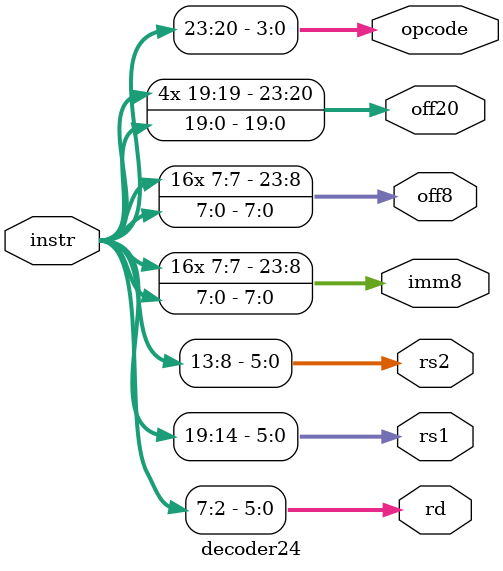
<source format=v>
`timescale 1ns/1ps

module decoder24(
  input  [23:0] instr,   // IR
  output [5:0]  rd, rs1, rs2,
  output [23:0] imm8, off8, off20,
  output [3:0] opcode
);
  assign opcode = instr[23:20];
  // Common field layout (for your ISA)
  assign rs1   = instr[19:14];   // destination (R-type)
  assign rs2  = instr[13:8];    // source 1
  assign rd  = instr[7:2];     // source 2 (or dest for I-type like LI, ORI, LUI)

  // Immediate fields
  assign imm8  = {{16{instr[7]}},  instr[7:0]};   // 8-bit sign-extended immediate
  assign off8  = {{16{instr[7]}},  instr[7:0]};   // branch offset
  assign off20 = {{4{instr[19]}},  instr[19:0]};  // 20-bit jump offset

endmodule

</source>
